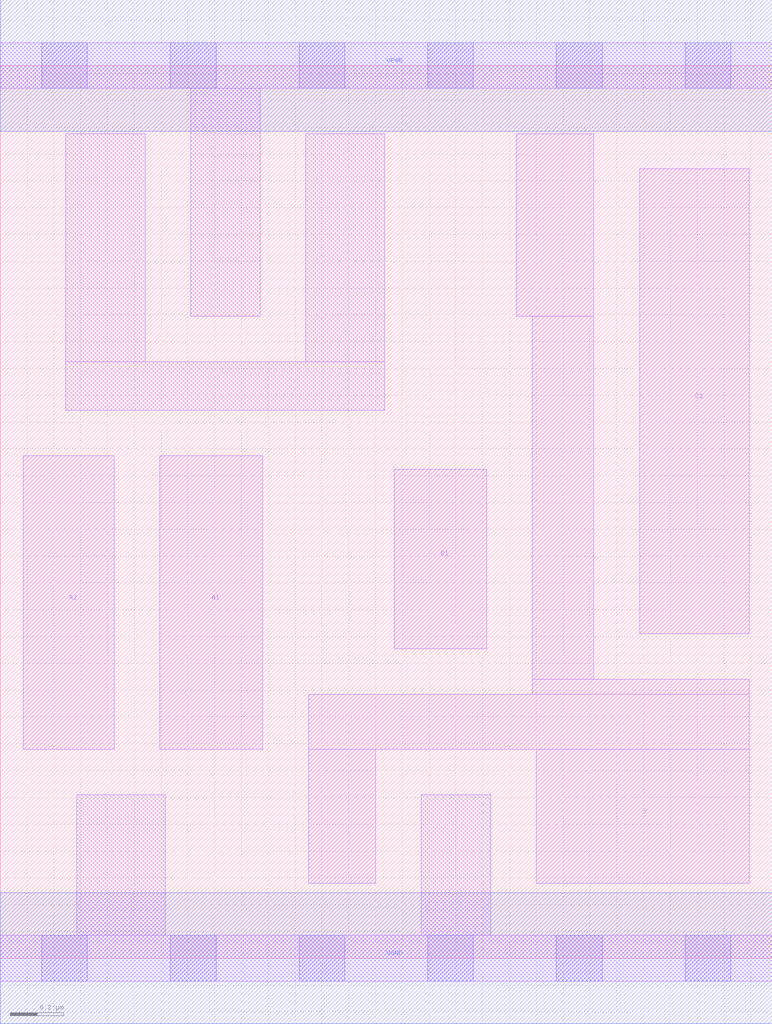
<source format=lef>
# Copyright 2020 The SkyWater PDK Authors
#
# Licensed under the Apache License, Version 2.0 (the "License");
# you may not use this file except in compliance with the License.
# You may obtain a copy of the License at
#
#     https://www.apache.org/licenses/LICENSE-2.0
#
# Unless required by applicable law or agreed to in writing, software
# distributed under the License is distributed on an "AS IS" BASIS,
# WITHOUT WARRANTIES OR CONDITIONS OF ANY KIND, either express or implied.
# See the License for the specific language governing permissions and
# limitations under the License.
#
# SPDX-License-Identifier: Apache-2.0

VERSION 5.7 ;
  NAMESCASESENSITIVE ON ;
  NOWIREEXTENSIONATPIN ON ;
  DIVIDERCHAR "/" ;
  BUSBITCHARS "[]" ;
UNITS
  DATABASE MICRONS 200 ;
END UNITS
MACRO sky130_fd_sc_lp__a211oi_0
  CLASS CORE ;
  FOREIGN sky130_fd_sc_lp__a211oi_0 ;
  ORIGIN  0.000000  0.000000 ;
  SIZE  2.880000 BY  3.330000 ;
  SYMMETRY X Y R90 ;
  SITE unit ;
  PIN A1
    ANTENNAGATEAREA  0.159000 ;
    DIRECTION INPUT ;
    USE SIGNAL ;
    PORT
      LAYER li1 ;
        RECT 0.595000 0.780000 0.980000 1.875000 ;
    END
  END A1
  PIN A2
    ANTENNAGATEAREA  0.159000 ;
    DIRECTION INPUT ;
    USE SIGNAL ;
    PORT
      LAYER li1 ;
        RECT 0.085000 0.780000 0.425000 1.875000 ;
    END
  END A2
  PIN B1
    ANTENNAGATEAREA  0.159000 ;
    DIRECTION INPUT ;
    USE SIGNAL ;
    PORT
      LAYER li1 ;
        RECT 1.470000 1.155000 1.815000 1.825000 ;
    END
  END B1
  PIN C1
    ANTENNAGATEAREA  0.159000 ;
    DIRECTION INPUT ;
    USE SIGNAL ;
    PORT
      LAYER li1 ;
        RECT 2.385000 1.210000 2.795000 2.945000 ;
    END
  END C1
  PIN Y
    ANTENNADIFFAREA  0.541300 ;
    DIRECTION OUTPUT ;
    USE SIGNAL ;
    PORT
      LAYER li1 ;
        RECT 1.150000 0.280000 1.400000 0.780000 ;
        RECT 1.150000 0.780000 2.795000 0.985000 ;
        RECT 1.925000 2.395000 2.215000 3.075000 ;
        RECT 1.985000 0.985000 2.795000 1.040000 ;
        RECT 1.985000 1.040000 2.215000 2.395000 ;
        RECT 2.000000 0.280000 2.795000 0.780000 ;
    END
  END Y
  PIN VGND
    DIRECTION INOUT ;
    USE GROUND ;
    PORT
      LAYER met1 ;
        RECT 0.000000 -0.245000 2.880000 0.245000 ;
    END
  END VGND
  PIN VPWR
    DIRECTION INOUT ;
    USE POWER ;
    PORT
      LAYER met1 ;
        RECT 0.000000 3.085000 2.880000 3.575000 ;
    END
  END VPWR
  OBS
    LAYER li1 ;
      RECT 0.000000 -0.085000 2.880000 0.085000 ;
      RECT 0.000000  3.245000 2.880000 3.415000 ;
      RECT 0.245000  2.045000 1.435000 2.225000 ;
      RECT 0.245000  2.225000 0.540000 3.075000 ;
      RECT 0.285000  0.085000 0.615000 0.610000 ;
      RECT 0.710000  2.395000 0.970000 3.245000 ;
      RECT 1.140000  2.225000 1.435000 3.075000 ;
      RECT 1.570000  0.085000 1.830000 0.610000 ;
    LAYER mcon ;
      RECT 0.155000 -0.085000 0.325000 0.085000 ;
      RECT 0.155000  3.245000 0.325000 3.415000 ;
      RECT 0.635000 -0.085000 0.805000 0.085000 ;
      RECT 0.635000  3.245000 0.805000 3.415000 ;
      RECT 1.115000 -0.085000 1.285000 0.085000 ;
      RECT 1.115000  3.245000 1.285000 3.415000 ;
      RECT 1.595000 -0.085000 1.765000 0.085000 ;
      RECT 1.595000  3.245000 1.765000 3.415000 ;
      RECT 2.075000 -0.085000 2.245000 0.085000 ;
      RECT 2.075000  3.245000 2.245000 3.415000 ;
      RECT 2.555000 -0.085000 2.725000 0.085000 ;
      RECT 2.555000  3.245000 2.725000 3.415000 ;
  END
END sky130_fd_sc_lp__a211oi_0
END LIBRARY

</source>
